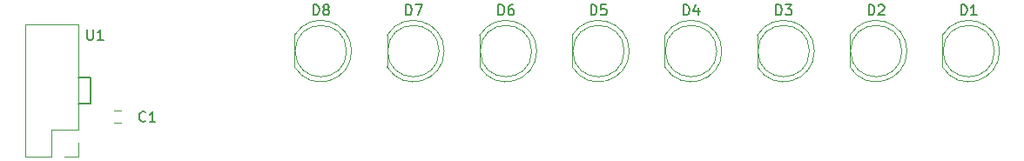
<source format=gto>
G04 #@! TF.GenerationSoftware,KiCad,Pcbnew,(5.1.6-0-10_14)*
G04 #@! TF.CreationDate,2020-08-07T14:57:57+09:00*
G04 #@! TF.ProjectId,qPCR-ledarray_1x8,71504352-2d6c-4656-9461-727261795f31,rev?*
G04 #@! TF.SameCoordinates,Original*
G04 #@! TF.FileFunction,Legend,Top*
G04 #@! TF.FilePolarity,Positive*
%FSLAX46Y46*%
G04 Gerber Fmt 4.6, Leading zero omitted, Abs format (unit mm)*
G04 Created by KiCad (PCBNEW (5.1.6-0-10_14)) date 2020-08-07 14:57:57*
%MOMM*%
%LPD*%
G01*
G04 APERTURE LIST*
%ADD10C,0.150000*%
%ADD11C,0.120000*%
G04 APERTURE END LIST*
D10*
X80644401Y-118620000D02*
X79451200Y-118620000D01*
X80644401Y-116080000D02*
X80644401Y-118620000D01*
X79451200Y-116080000D02*
X80644401Y-116080000D01*
D11*
G04 #@! TO.C,D1*
X168500000Y-113500000D02*
G75*
G03*
X168500000Y-113500000I-2500000J0D01*
G01*
X163440000Y-111955000D02*
X163440000Y-115045000D01*
X168990000Y-113500462D02*
G75*
G03*
X163440000Y-111955170I-2990000J462D01*
G01*
X168990000Y-113499538D02*
G75*
G02*
X163440000Y-115044830I-2990000J-462D01*
G01*
G04 #@! TO.C,D2*
X154440000Y-111955000D02*
X154440000Y-115045000D01*
X159500000Y-113500000D02*
G75*
G03*
X159500000Y-113500000I-2500000J0D01*
G01*
X159990000Y-113499538D02*
G75*
G02*
X154440000Y-115044830I-2990000J-462D01*
G01*
X159990000Y-113500462D02*
G75*
G03*
X154440000Y-111955170I-2990000J462D01*
G01*
G04 #@! TO.C,D3*
X150500000Y-113500000D02*
G75*
G03*
X150500000Y-113500000I-2500000J0D01*
G01*
X145440000Y-111955000D02*
X145440000Y-115045000D01*
X150990000Y-113500462D02*
G75*
G03*
X145440000Y-111955170I-2990000J462D01*
G01*
X150990000Y-113499538D02*
G75*
G02*
X145440000Y-115044830I-2990000J-462D01*
G01*
G04 #@! TO.C,D4*
X136440000Y-111955000D02*
X136440000Y-115045000D01*
X141500000Y-113500000D02*
G75*
G03*
X141500000Y-113500000I-2500000J0D01*
G01*
X141990000Y-113499538D02*
G75*
G02*
X136440000Y-115044830I-2990000J-462D01*
G01*
X141990000Y-113500462D02*
G75*
G03*
X136440000Y-111955170I-2990000J462D01*
G01*
G04 #@! TO.C,D5*
X132500000Y-113500000D02*
G75*
G03*
X132500000Y-113500000I-2500000J0D01*
G01*
X127440000Y-111955000D02*
X127440000Y-115045000D01*
X132990000Y-113500462D02*
G75*
G03*
X127440000Y-111955170I-2990000J462D01*
G01*
X132990000Y-113499538D02*
G75*
G02*
X127440000Y-115044830I-2990000J-462D01*
G01*
G04 #@! TO.C,D6*
X118440000Y-111955000D02*
X118440000Y-115045000D01*
X123500000Y-113500000D02*
G75*
G03*
X123500000Y-113500000I-2500000J0D01*
G01*
X123990000Y-113499538D02*
G75*
G02*
X118440000Y-115044830I-2990000J-462D01*
G01*
X123990000Y-113500462D02*
G75*
G03*
X118440000Y-111955170I-2990000J462D01*
G01*
G04 #@! TO.C,D7*
X114500000Y-113500000D02*
G75*
G03*
X114500000Y-113500000I-2500000J0D01*
G01*
X109440000Y-111955000D02*
X109440000Y-115045000D01*
X114990000Y-113500462D02*
G75*
G03*
X109440000Y-111955170I-2990000J462D01*
G01*
X114990000Y-113499538D02*
G75*
G02*
X109440000Y-115044830I-2990000J-462D01*
G01*
G04 #@! TO.C,D8*
X100440000Y-111955000D02*
X100440000Y-115045000D01*
X105500000Y-113500000D02*
G75*
G03*
X105500000Y-113500000I-2500000J0D01*
G01*
X105990000Y-113499538D02*
G75*
G02*
X100440000Y-115044830I-2990000J-462D01*
G01*
X105990000Y-113500462D02*
G75*
G03*
X100440000Y-111955170I-2990000J462D01*
G01*
G04 #@! TO.C,C1*
X82903200Y-119305400D02*
X83603200Y-119305400D01*
X83603200Y-120505400D02*
X82903200Y-120505400D01*
G04 #@! TO.C,U1*
X79434401Y-123760000D02*
X78104401Y-123760000D01*
X79434401Y-122430000D02*
X79434401Y-123760000D01*
X76834401Y-123760000D02*
X74234401Y-123760000D01*
X76834401Y-121160000D02*
X76834401Y-123760000D01*
X79434401Y-121160000D02*
X76834401Y-121160000D01*
X74234401Y-123760000D02*
X74234401Y-110940000D01*
X79434401Y-121160000D02*
X79434401Y-110940000D01*
X79434401Y-110940000D02*
X74234401Y-110940000D01*
G04 #@! TO.C,D1*
D10*
X165261904Y-109992380D02*
X165261904Y-108992380D01*
X165500000Y-108992380D01*
X165642857Y-109040000D01*
X165738095Y-109135238D01*
X165785714Y-109230476D01*
X165833333Y-109420952D01*
X165833333Y-109563809D01*
X165785714Y-109754285D01*
X165738095Y-109849523D01*
X165642857Y-109944761D01*
X165500000Y-109992380D01*
X165261904Y-109992380D01*
X166785714Y-109992380D02*
X166214285Y-109992380D01*
X166500000Y-109992380D02*
X166500000Y-108992380D01*
X166404761Y-109135238D01*
X166309523Y-109230476D01*
X166214285Y-109278095D01*
G04 #@! TO.C,D2*
X156261904Y-109992380D02*
X156261904Y-108992380D01*
X156500000Y-108992380D01*
X156642857Y-109040000D01*
X156738095Y-109135238D01*
X156785714Y-109230476D01*
X156833333Y-109420952D01*
X156833333Y-109563809D01*
X156785714Y-109754285D01*
X156738095Y-109849523D01*
X156642857Y-109944761D01*
X156500000Y-109992380D01*
X156261904Y-109992380D01*
X157214285Y-109087619D02*
X157261904Y-109040000D01*
X157357142Y-108992380D01*
X157595238Y-108992380D01*
X157690476Y-109040000D01*
X157738095Y-109087619D01*
X157785714Y-109182857D01*
X157785714Y-109278095D01*
X157738095Y-109420952D01*
X157166666Y-109992380D01*
X157785714Y-109992380D01*
G04 #@! TO.C,D3*
X147261904Y-109992380D02*
X147261904Y-108992380D01*
X147500000Y-108992380D01*
X147642857Y-109040000D01*
X147738095Y-109135238D01*
X147785714Y-109230476D01*
X147833333Y-109420952D01*
X147833333Y-109563809D01*
X147785714Y-109754285D01*
X147738095Y-109849523D01*
X147642857Y-109944761D01*
X147500000Y-109992380D01*
X147261904Y-109992380D01*
X148166666Y-108992380D02*
X148785714Y-108992380D01*
X148452380Y-109373333D01*
X148595238Y-109373333D01*
X148690476Y-109420952D01*
X148738095Y-109468571D01*
X148785714Y-109563809D01*
X148785714Y-109801904D01*
X148738095Y-109897142D01*
X148690476Y-109944761D01*
X148595238Y-109992380D01*
X148309523Y-109992380D01*
X148214285Y-109944761D01*
X148166666Y-109897142D01*
G04 #@! TO.C,D4*
X138261904Y-109992380D02*
X138261904Y-108992380D01*
X138500000Y-108992380D01*
X138642857Y-109040000D01*
X138738095Y-109135238D01*
X138785714Y-109230476D01*
X138833333Y-109420952D01*
X138833333Y-109563809D01*
X138785714Y-109754285D01*
X138738095Y-109849523D01*
X138642857Y-109944761D01*
X138500000Y-109992380D01*
X138261904Y-109992380D01*
X139690476Y-109325714D02*
X139690476Y-109992380D01*
X139452380Y-108944761D02*
X139214285Y-109659047D01*
X139833333Y-109659047D01*
G04 #@! TO.C,D5*
X129261904Y-109992380D02*
X129261904Y-108992380D01*
X129500000Y-108992380D01*
X129642857Y-109040000D01*
X129738095Y-109135238D01*
X129785714Y-109230476D01*
X129833333Y-109420952D01*
X129833333Y-109563809D01*
X129785714Y-109754285D01*
X129738095Y-109849523D01*
X129642857Y-109944761D01*
X129500000Y-109992380D01*
X129261904Y-109992380D01*
X130738095Y-108992380D02*
X130261904Y-108992380D01*
X130214285Y-109468571D01*
X130261904Y-109420952D01*
X130357142Y-109373333D01*
X130595238Y-109373333D01*
X130690476Y-109420952D01*
X130738095Y-109468571D01*
X130785714Y-109563809D01*
X130785714Y-109801904D01*
X130738095Y-109897142D01*
X130690476Y-109944761D01*
X130595238Y-109992380D01*
X130357142Y-109992380D01*
X130261904Y-109944761D01*
X130214285Y-109897142D01*
G04 #@! TO.C,D6*
X120261904Y-109992380D02*
X120261904Y-108992380D01*
X120500000Y-108992380D01*
X120642857Y-109040000D01*
X120738095Y-109135238D01*
X120785714Y-109230476D01*
X120833333Y-109420952D01*
X120833333Y-109563809D01*
X120785714Y-109754285D01*
X120738095Y-109849523D01*
X120642857Y-109944761D01*
X120500000Y-109992380D01*
X120261904Y-109992380D01*
X121690476Y-108992380D02*
X121500000Y-108992380D01*
X121404761Y-109040000D01*
X121357142Y-109087619D01*
X121261904Y-109230476D01*
X121214285Y-109420952D01*
X121214285Y-109801904D01*
X121261904Y-109897142D01*
X121309523Y-109944761D01*
X121404761Y-109992380D01*
X121595238Y-109992380D01*
X121690476Y-109944761D01*
X121738095Y-109897142D01*
X121785714Y-109801904D01*
X121785714Y-109563809D01*
X121738095Y-109468571D01*
X121690476Y-109420952D01*
X121595238Y-109373333D01*
X121404761Y-109373333D01*
X121309523Y-109420952D01*
X121261904Y-109468571D01*
X121214285Y-109563809D01*
G04 #@! TO.C,D7*
X111261904Y-109992380D02*
X111261904Y-108992380D01*
X111500000Y-108992380D01*
X111642857Y-109040000D01*
X111738095Y-109135238D01*
X111785714Y-109230476D01*
X111833333Y-109420952D01*
X111833333Y-109563809D01*
X111785714Y-109754285D01*
X111738095Y-109849523D01*
X111642857Y-109944761D01*
X111500000Y-109992380D01*
X111261904Y-109992380D01*
X112166666Y-108992380D02*
X112833333Y-108992380D01*
X112404761Y-109992380D01*
G04 #@! TO.C,D8*
X102261904Y-109992380D02*
X102261904Y-108992380D01*
X102500000Y-108992380D01*
X102642857Y-109040000D01*
X102738095Y-109135238D01*
X102785714Y-109230476D01*
X102833333Y-109420952D01*
X102833333Y-109563809D01*
X102785714Y-109754285D01*
X102738095Y-109849523D01*
X102642857Y-109944761D01*
X102500000Y-109992380D01*
X102261904Y-109992380D01*
X103404761Y-109420952D02*
X103309523Y-109373333D01*
X103261904Y-109325714D01*
X103214285Y-109230476D01*
X103214285Y-109182857D01*
X103261904Y-109087619D01*
X103309523Y-109040000D01*
X103404761Y-108992380D01*
X103595238Y-108992380D01*
X103690476Y-109040000D01*
X103738095Y-109087619D01*
X103785714Y-109182857D01*
X103785714Y-109230476D01*
X103738095Y-109325714D01*
X103690476Y-109373333D01*
X103595238Y-109420952D01*
X103404761Y-109420952D01*
X103309523Y-109468571D01*
X103261904Y-109516190D01*
X103214285Y-109611428D01*
X103214285Y-109801904D01*
X103261904Y-109897142D01*
X103309523Y-109944761D01*
X103404761Y-109992380D01*
X103595238Y-109992380D01*
X103690476Y-109944761D01*
X103738095Y-109897142D01*
X103785714Y-109801904D01*
X103785714Y-109611428D01*
X103738095Y-109516190D01*
X103690476Y-109468571D01*
X103595238Y-109420952D01*
G04 #@! TO.C,C1*
X85956733Y-120287942D02*
X85909114Y-120335561D01*
X85766257Y-120383180D01*
X85671019Y-120383180D01*
X85528161Y-120335561D01*
X85432923Y-120240323D01*
X85385304Y-120145085D01*
X85337685Y-119954609D01*
X85337685Y-119811752D01*
X85385304Y-119621276D01*
X85432923Y-119526038D01*
X85528161Y-119430800D01*
X85671019Y-119383180D01*
X85766257Y-119383180D01*
X85909114Y-119430800D01*
X85956733Y-119478419D01*
X86909114Y-120383180D02*
X86337685Y-120383180D01*
X86623400Y-120383180D02*
X86623400Y-119383180D01*
X86528161Y-119526038D01*
X86432923Y-119621276D01*
X86337685Y-119668895D01*
G04 #@! TO.C,U1*
X80281495Y-111407580D02*
X80281495Y-112217104D01*
X80329114Y-112312342D01*
X80376733Y-112359961D01*
X80471971Y-112407580D01*
X80662447Y-112407580D01*
X80757685Y-112359961D01*
X80805304Y-112312342D01*
X80852923Y-112217104D01*
X80852923Y-111407580D01*
X81852923Y-112407580D02*
X81281495Y-112407580D01*
X81567209Y-112407580D02*
X81567209Y-111407580D01*
X81471971Y-111550438D01*
X81376733Y-111645676D01*
X81281495Y-111693295D01*
G04 #@! TD*
M02*

</source>
